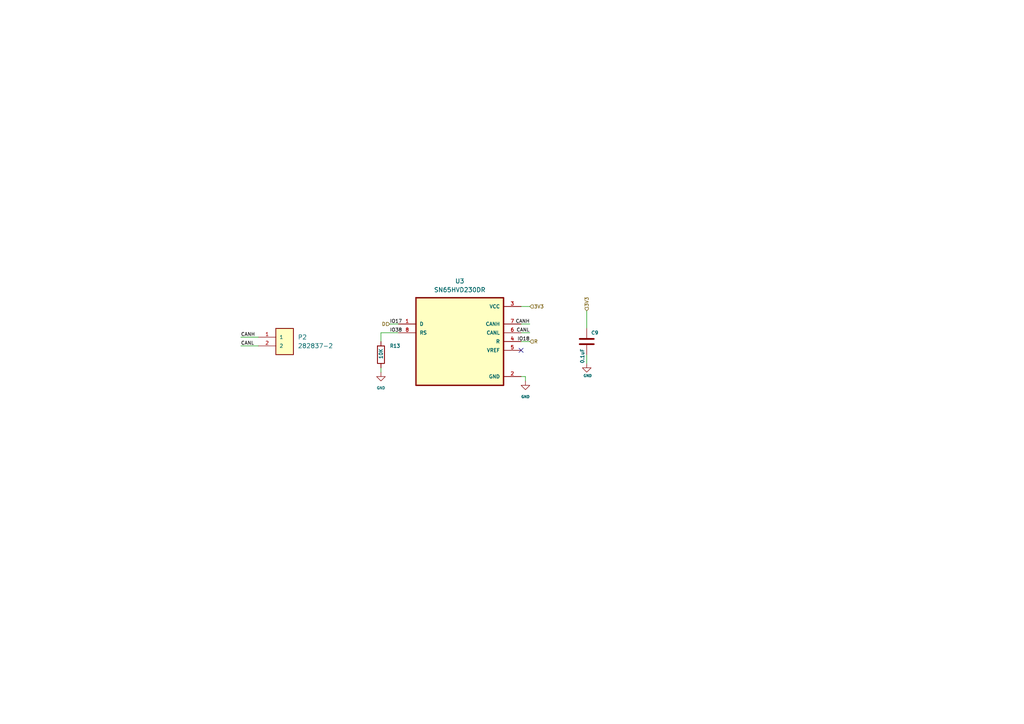
<source format=kicad_sch>
(kicad_sch (version 20211123) (generator eeschema)
  (paper "A4")
  (lib_symbols
    (symbol "Device:C" (pin_numbers hide) (pin_names (offset 0.254))
      (property "Reference" "C" (at 0.635 2.54 0))
      (property "Value" "C" (at 0.635 -2.54 0))
      (symbol "C_0_1"
        (polyline (pts (xy -2.032 -0.762) (xy 2.032 -0.762)) (stroke (width 0.508)))
        (polyline (pts (xy -2.032 0.762) (xy 2.032 0.762)) (stroke (width 0.508)))
      )
      (symbol "C_1_1"
        (pin passive line (at 0 3.81 270) (length 2.794) (name "~") (number "1"))
        (pin passive line (at 0 -3.81 90) (length 2.794) (name "~") (number "2"))
      )
    )
    (symbol "Device:R" (pin_numbers hide) (pin_names (offset 0))
      (property "Reference" "R" (at 2.032 0 90))
      (property "Value" "R" (at 0 0 90))
      (symbol "R_0_1"
        (rectangle (start -1.016 -2.54) (end 1.016 2.54) (stroke (width 0.254)))
      )
      (symbol "R_1_1"
        (pin passive line (at 0 3.81 270) (length 1.27) (name "~") (number "1"))
        (pin passive line (at 0 -3.81 90) (length 1.27) (name "~") (number "2"))
      )
    )
    (symbol "SN65HVD230DR:SN65HVD230DR" (pin_names (offset 1.016))
      (property "Reference" "U" (at -12.7 13.7 0))
      (property "Value" "SN65HVD230DR" (at -12.7 -16.7 0))
      (symbol "SN65HVD230DR_0_0"
        (rectangle (start -12.7 -12.7) (end 12.7 12.7) (stroke (width 0.41)) (fill (type background)))
        (pin input line (at -17.78 5.08 0) (length 5.08) (name "D") (number "1"))
        (pin power_in line (at 17.78 -10.16 180) (length 5.08) (name "GND") (number "2"))
        (pin power_in line (at 17.78 10.16 180) (length 5.08) (name "VCC") (number "3"))
        (pin output line (at 17.78 0 180) (length 5.08) (name "R") (number "4"))
        (pin output line (at 17.78 -2.54 180) (length 5.08) (name "VREF") (number "5"))
        (pin output line (at 17.78 2.54 180) (length 5.08) (name "CANL") (number "6"))
        (pin output line (at 17.78 5.08 180) (length 5.08) (name "CANH") (number "7"))
        (pin input line (at -17.78 2.54 0) (length 5.08) (name "RS") (number "8"))
      )
    )
    (symbol "Terminal_Block:282837-2" (pin_names (offset 1.016))
      (property "Reference" "P" (at -2.5406 2.5438 0))
      (property "Value" "282837-2" (at -2.5424 -6.3745 0))
      (symbol "282837-2_0_0"
        (rectangle (start -2.54 -5.08) (end 2.54 2.54) (stroke (width 0.254)) (fill (type background)))
        (pin passive line (at -7.62 0 0) (length 5.08) (name "1") (number "1"))
        (pin passive line (at -7.62 -2.54 0) (length 5.08) (name "2") (number "2"))
      )
    )
    (symbol "power:GND" (power) (pin_names (offset 0))
      (property "Value" "GND" (at 0 -3.81 0))
      (symbol "GND_0_1"
        (polyline (pts (xy 0 0) (xy 0 -1.27) (xy 1.27 -1.27) (xy 0 -2.54) (xy -1.27 -1.27) (xy 0 -1.27)))
      )
      (symbol "GND_1_1"
        (pin power_in line (at 0 0 270) (length 0) hide (name "GND") (number "1"))
      )
    )
  )
  (no_connect (at 151.13 101.6))
  (wire (pts (xy 170.18 90.17) (xy 170.18 95.25)))
  (wire (pts (xy 110.49 96.52) (xy 115.57 96.52)))
  (wire (pts (xy 151.13 109.22) (xy 152.4 109.22)))
  (wire (pts (xy 69.85 97.79) (xy 74.93 97.79)))
  (wire (pts (xy 151.13 93.98) (xy 153.67 93.98)))
  (wire (pts (xy 151.13 96.52) (xy 153.67 96.52)))
  (wire (pts (xy 113.03 93.98) (xy 115.57 93.98)))
  (wire (pts (xy 151.13 99.06) (xy 153.67 99.06)))
  (wire (pts (xy 151.13 88.9) (xy 153.67 88.9)))
  (wire (pts (xy 69.85 100.33) (xy 74.93 100.33)))
  (wire (pts (xy 152.4 109.22) (xy 152.4 110.49)))
  (wire (pts (xy 170.18 102.87) (xy 170.18 105.41)))
  (wire (pts (xy 110.49 96.52) (xy 110.49 99.06)))
  (wire (pts (xy 110.49 106.68) (xy 110.49 107.95)))
  (label "CANH" (at 153.67 93.98 180) (effects (font (size 1 1))))
  (label "CANL" (at 69.85 100.33 0) (effects (font (size 1 1))))
  (label "CANL" (at 153.67 96.52 180) (effects (font (size 1 1))))
  (label "IO38" (at 113.03 96.52 0) (effects (font (size 1 1))))
  (label "IO17" (at 113.03 93.98 0) (effects (font (size 1 1))))
  (label "IO18" (at 153.67 99.06 180) (effects (font (size 1 1))))
  (label "CANH" (at 69.85 97.79 0) (effects (font (size 1 1))))
  (hierarchical_label "3V3" (shape input) (at 153.67 88.9 0) (effects (font (size 1 1))))
  (hierarchical_label "3V3" (shape input) (at 170.18 90.17 90) (effects (font (size 1 1))))
  (hierarchical_label "D" (shape input) (at 113.03 93.98 180) (effects (font (size 1 1))))
  (hierarchical_label "R" (shape input) (at 153.67 99.06 0) (effects (font (size 1 1))))
  (symbol (lib_id "power:GND") (at 170.18 105.41 0) (unit 1)
    (property "Reference" "#PWR025" (effects hide))
    (property "Value" "GND" (at 170.434 108.966 0) (effects (font (size 0.762 0.762))))
  )
  (symbol (lib_id "power:GND") (at 152.4 110.49 0) (unit 1)
    (property "Reference" "#PWR024" (effects hide))
    (property "Value" "GND" (at 152.4 115.062 0) (effects (font (size 0.762 0.762))))
  )
  (symbol (lib_id "Device:C") (at 170.18 99.06 0) (unit 1)
    (property "Reference" "C9" (at 171.45 96.52 0) (effects (font (size 1 1)) (justify left)))
    (property "Value" "0.1uF" (at 168.91 105.41 90) (effects (font (size 1 1)) (justify left)))
    (property "Footprint" "Capacitor_SMD:C_0603_1608Metric" (effects hide))
  )
  (symbol (lib_id "Device:R") (at 110.49 102.87 0) (unit 1)
    (property "Reference" "R13" (at 113.03 100.33 0) (effects (font (size 1 1)) (justify left)))
    (property "Value" "10K" (at 110.49 104.14 90) (effects (font (size 1 1)) (justify left)))
    (property "Footprint" "Resistor_SMD:R_0402_1005Metric" (effects hide))
  )
  (symbol (lib_id "power:GND") (at 110.49 107.95 0) (unit 1)
    (property "Reference" "#PWR023" (effects hide))
    (property "Value" "GND" (at 110.49 112.522 0) (effects (font (size 0.762 0.762))))
  )
  (symbol (lib_id "SN65HVD230DR:SN65HVD230DR") (at 133.35 99.06 0) (unit 1)
    (property "Reference" "U3" (at 133.35 81.534 0))
    (property "Value" "SN65HVD230DR" (at 133.35 84.074 0))
    (property "Footprint" "CAN-BUS-IC:SOIC127P599X175-8N" (effects hide))
  )
  (symbol (lib_id "Terminal_Block:282837-2") (at 82.55 97.79 0) (unit 1)
    (property "Reference" "P2" (at 86.36 97.7899 0) (effects (justify left)))
    (property "Value" "282837-2" (at 86.36 100.3299 0) (effects (justify left)))
    (property "Footprint" "TerminalBlock:TerminalBlock_bornier-2_P5.08mm" (effects hide))
    (property "Comment" "282837-2" (effects hide))
  )
)
</source>
